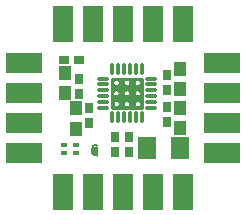
<source format=gts>
G04 DipTrace 2.4.0.2*
%INTAS2521.gts*%
%MOMM*%
%ADD10C,0.25*%
%ADD33C,0.165*%
%ADD48O,1.05X0.33*%
%ADD49O,0.33X1.05*%
%ADD50R,0.95X0.75*%
%ADD51R,0.55X0.45*%
%ADD52R,1.75X2.082*%
%ADD53R,1.75X2.05*%
%ADD54R,1.75X1.65*%
%ADD56R,2.082X1.75*%
%ADD58R,1.65X1.75*%
%ADD59R,1.65X1.85*%
%ADD60R,0.75X0.95*%
%ADD61R,1.05X1.15*%
%FSLAX53Y53*%
G04*
G71*
G90*
G75*
G01*
%LNTopMask*%
%LPD*%
D61*
X23688Y17589D3*
Y15889D3*
D60*
X22573Y17694D3*
Y16394D3*
D61*
X14909Y17555D3*
Y15855D3*
D60*
X16005Y17592D3*
Y16292D3*
X22584Y19127D3*
Y20427D3*
D61*
X23673Y19223D3*
Y20923D3*
D59*
X20889Y14190D3*
X23689D3*
D60*
X18235Y15145D3*
Y13845D3*
X19401Y15126D3*
Y13826D3*
X15143Y18744D3*
Y20044D3*
D61*
X13964Y18851D3*
Y20551D3*
D58*
X11278Y21438D3*
Y18898D3*
D56*
X10008Y21438D3*
Y18898D3*
D54*
X13818Y11278D3*
D53*
Y10008D3*
D58*
X11278Y13818D3*
Y16358D3*
D56*
X10008Y13818D3*
Y16358D3*
D58*
X26518Y18898D3*
Y21438D3*
D56*
X27788Y18898D3*
Y21438D3*
D54*
X23978Y23978D3*
X21438D3*
X18898D3*
X16358D3*
D52*
X23978Y25248D3*
X21438D3*
X18898D3*
X16358D3*
D54*
X13818Y23978D3*
D53*
Y25248D3*
D58*
X26518Y16358D3*
Y13818D3*
D56*
X27788Y16358D3*
Y13818D3*
D54*
X18898Y11278D3*
X21438D3*
D52*
X18898Y10008D3*
X21438D3*
D54*
X16358Y11278D3*
D53*
Y10008D3*
D54*
X23978Y11278D3*
D53*
Y10008D3*
D51*
X13873Y14469D3*
Y13769D3*
X14873D3*
Y14469D3*
D50*
X15185Y21628D3*
X13885D3*
X18051Y18836D2*
D33*
X18052Y18854D1*
X18054Y18873D1*
X18057Y18891D1*
X18062Y18909D1*
X18068Y18927D1*
X18076Y18944D1*
X18084Y18961D1*
X18094Y18977D1*
X18105Y18992D1*
X18117Y19007D1*
X18130Y19021D1*
X18144Y19034D1*
X18159Y19046D1*
X18175Y19057D1*
X18191Y19066D1*
X18208Y19075D1*
X18226Y19083D1*
X18244Y19089D1*
X18263Y19094D1*
X18282Y19098D1*
X18302Y19101D1*
X18321Y19102D1*
X18341D1*
X18360Y19101D1*
X18379Y19098D1*
X18398Y19094D1*
X18417Y19089D1*
X18436Y19083D1*
X18453Y19075D1*
X18471Y19066D1*
X18487Y19057D1*
X18503Y19046D1*
X18518Y19034D1*
X18532Y19021D1*
X18545Y19007D1*
X18557Y18992D1*
X18568Y18977D1*
X18578Y18961D1*
X18586Y18944D1*
X18593Y18927D1*
X18600Y18909D1*
X18604Y18891D1*
X18608Y18873D1*
X18610Y18854D1*
Y18836D1*
Y18817D1*
X18608Y18798D1*
X18604Y18780D1*
X18600Y18762D1*
X18593Y18744D1*
X18586Y18727D1*
X18578Y18710D1*
X18568Y18694D1*
X18557Y18679D1*
X18545Y18664D1*
X18532Y18650D1*
X18518Y18637D1*
X18503Y18625D1*
X18487Y18614D1*
X18471Y18605D1*
X18453Y18596D1*
X18436Y18588D1*
X18417Y18582D1*
X18398Y18577D1*
X18379Y18573D1*
X18360Y18570D1*
X18341Y18569D1*
X18321D1*
X18302Y18570D1*
X18282Y18573D1*
X18263Y18577D1*
X18244Y18582D1*
X18226Y18588D1*
X18208Y18596D1*
X18191Y18605D1*
X18175Y18614D1*
X18159Y18625D1*
X18144Y18637D1*
X18130Y18650D1*
X18117Y18664D1*
X18105Y18679D1*
X18094Y18694D1*
X18084Y18710D1*
X18076Y18727D1*
X18068Y18744D1*
X18062Y18762D1*
X18057Y18780D1*
X18054Y18798D1*
X18052Y18817D1*
X18051Y18836D1*
Y19739D2*
X18052Y19757D1*
X18054Y19776D1*
X18057Y19794D1*
X18062Y19812D1*
X18068Y19830D1*
X18076Y19847D1*
X18084Y19864D1*
X18094Y19880D1*
X18105Y19896D1*
X18117Y19910D1*
X18130Y19924D1*
X18144Y19937D1*
X18159Y19949D1*
X18175Y19960D1*
X18191Y19970D1*
X18208Y19978D1*
X18226Y19986D1*
X18244Y19992D1*
X18263Y19997D1*
X18282Y20001D1*
X18302Y20004D1*
X18321Y20005D1*
X18341D1*
X18360Y20004D1*
X18379Y20001D1*
X18398Y19997D1*
X18417Y19992D1*
X18436Y19986D1*
X18453Y19978D1*
X18471Y19970D1*
X18487Y19960D1*
X18503Y19949D1*
X18518Y19937D1*
X18532Y19924D1*
X18545Y19910D1*
X18557Y19896D1*
X18568Y19880D1*
X18578Y19864D1*
X18586Y19847D1*
X18593Y19830D1*
X18600Y19812D1*
X18604Y19794D1*
X18608Y19776D1*
X18610Y19757D1*
Y19739D1*
Y19720D1*
X18608Y19702D1*
X18604Y19683D1*
X18600Y19665D1*
X18593Y19648D1*
X18586Y19630D1*
X18578Y19614D1*
X18568Y19598D1*
X18557Y19582D1*
X18545Y19567D1*
X18532Y19554D1*
X18518Y19541D1*
X18503Y19529D1*
X18487Y19518D1*
X18471Y19508D1*
X18453Y19499D1*
X18436Y19492D1*
X18417Y19485D1*
X18398Y19480D1*
X18379Y19476D1*
X18360Y19474D1*
X18341Y19472D1*
X18321D1*
X18302Y19474D1*
X18282Y19476D1*
X18263Y19480D1*
X18244Y19485D1*
X18226Y19492D1*
X18208Y19499D1*
X18191Y19508D1*
X18175Y19518D1*
X18159Y19529D1*
X18144Y19541D1*
X18130Y19554D1*
X18117Y19567D1*
X18105Y19582D1*
X18094Y19598D1*
X18084Y19614D1*
X18076Y19630D1*
X18068Y19648D1*
X18062Y19665D1*
X18057Y19683D1*
X18054Y19702D1*
X18052Y19720D1*
X18051Y19739D1*
X18948Y17929D2*
X18949Y17947D1*
X18951Y17966D1*
X18954Y17984D1*
X18959Y18002D1*
X18965Y18020D1*
X18972Y18037D1*
X18981Y18054D1*
X18990Y18070D1*
X19001Y18086D1*
X19013Y18100D1*
X19026Y18114D1*
X19040Y18127D1*
X19055Y18139D1*
X19071Y18150D1*
X19088Y18160D1*
X19105Y18168D1*
X19123Y18176D1*
X19141Y18182D1*
X19160Y18188D1*
X19179Y18191D1*
X19198Y18194D1*
X19218Y18195D1*
X19237D1*
X19257Y18194D1*
X19276Y18191D1*
X19295Y18188D1*
X19314Y18182D1*
X19332Y18176D1*
X19350Y18168D1*
X19367Y18160D1*
X19384Y18150D1*
X19400Y18139D1*
X19414Y18127D1*
X19428Y18114D1*
X19442Y18100D1*
X19454Y18086D1*
X19464Y18070D1*
X19474Y18054D1*
X19483Y18037D1*
X19490Y18020D1*
X19496Y18002D1*
X19501Y17984D1*
X19504Y17966D1*
X19506Y17947D1*
X19507Y17929D1*
X19506Y17910D1*
X19504Y17892D1*
X19501Y17873D1*
X19496Y17855D1*
X19490Y17838D1*
X19483Y17820D1*
X19474Y17804D1*
X19464Y17788D1*
X19454Y17772D1*
X19442Y17757D1*
X19428Y17744D1*
X19414Y17731D1*
X19400Y17719D1*
X19384Y17708D1*
X19367Y17698D1*
X19350Y17689D1*
X19332Y17682D1*
X19314Y17675D1*
X19295Y17670D1*
X19276Y17666D1*
X19257Y17664D1*
X19237Y17662D1*
X19218D1*
X19198Y17664D1*
X19179Y17666D1*
X19160Y17670D1*
X19141Y17675D1*
X19123Y17682D1*
X19105Y17689D1*
X19088Y17698D1*
X19071Y17708D1*
X19055Y17719D1*
X19040Y17731D1*
X19026Y17744D1*
X19013Y17757D1*
X19001Y17772D1*
X18990Y17788D1*
X18981Y17804D1*
X18972Y17820D1*
X18965Y17838D1*
X18959Y17855D1*
X18954Y17873D1*
X18951Y17892D1*
X18949Y17910D1*
X18948Y17929D1*
X18952Y18829D2*
Y18847D1*
X18954Y18866D1*
X18958Y18884D1*
X18962Y18902D1*
X18968Y18920D1*
X18976Y18937D1*
X18984Y18954D1*
X18994Y18970D1*
X19005Y18985D1*
X19017Y19000D1*
X19030Y19014D1*
X19044Y19027D1*
X19059Y19039D1*
X19075Y19050D1*
X19091Y19060D1*
X19108Y19068D1*
X19126Y19076D1*
X19144Y19082D1*
X19163Y19087D1*
X19182Y19091D1*
X19202Y19094D1*
X19221Y19095D1*
X19240D1*
X19260Y19094D1*
X19279Y19091D1*
X19298Y19087D1*
X19317Y19082D1*
X19335Y19076D1*
X19353Y19068D1*
X19370Y19060D1*
X19387Y19050D1*
X19403Y19039D1*
X19418Y19027D1*
X19432Y19014D1*
X19445Y19000D1*
X19457Y18985D1*
X19468Y18970D1*
X19477Y18954D1*
X19486Y18937D1*
X19493Y18920D1*
X19499Y18902D1*
X19504Y18884D1*
X19507Y18866D1*
X19509Y18847D1*
X19510Y18829D1*
X19509Y18810D1*
X19507Y18792D1*
X19504Y18773D1*
X19499Y18755D1*
X19493Y18738D1*
X19486Y18720D1*
X19477Y18704D1*
X19468Y18687D1*
X19457Y18672D1*
X19445Y18657D1*
X19432Y18644D1*
X19418Y18631D1*
X19403Y18619D1*
X19387Y18608D1*
X19370Y18598D1*
X19353Y18589D1*
X19335Y18582D1*
X19317Y18575D1*
X19298Y18570D1*
X19279Y18566D1*
X19260Y18564D1*
X19240Y18562D1*
X19221D1*
X19202Y18564D1*
X19182Y18566D1*
X19163Y18570D1*
X19144Y18575D1*
X19126Y18582D1*
X19108Y18589D1*
X19091Y18598D1*
X19075Y18608D1*
X19059Y18619D1*
X19044Y18631D1*
X19030Y18644D1*
X19017Y18657D1*
X19005Y18672D1*
X18994Y18687D1*
X18984Y18704D1*
X18976Y18720D1*
X18968Y18738D1*
X18962Y18755D1*
X18958Y18773D1*
X18954Y18792D1*
X18952Y18810D1*
Y18829D1*
Y18839D2*
Y18858D1*
X18954Y18876D1*
X18958Y18894D1*
X18962Y18912D1*
X18968Y18930D1*
X18976Y18947D1*
X18984Y18964D1*
X18994Y18980D1*
X19005Y18996D1*
X19017Y19010D1*
X19030Y19024D1*
X19044Y19037D1*
X19059Y19049D1*
X19075Y19060D1*
X19091Y19070D1*
X19108Y19079D1*
X19126Y19086D1*
X19144Y19092D1*
X19163Y19098D1*
X19182Y19101D1*
X19202Y19104D1*
X19221Y19105D1*
X19240D1*
X19260Y19104D1*
X19279Y19101D1*
X19298Y19098D1*
X19317Y19092D1*
X19335Y19086D1*
X19353Y19079D1*
X19370Y19070D1*
X19387Y19060D1*
X19403Y19049D1*
X19418Y19037D1*
X19432Y19024D1*
X19445Y19010D1*
X19457Y18996D1*
X19468Y18980D1*
X19477Y18964D1*
X19486Y18947D1*
X19493Y18930D1*
X19499Y18912D1*
X19504Y18894D1*
X19507Y18876D1*
X19509Y18858D1*
X19510Y18839D1*
X19509Y18820D1*
X19507Y18802D1*
X19504Y18783D1*
X19499Y18765D1*
X19493Y18748D1*
X19486Y18730D1*
X19477Y18714D1*
X19468Y18698D1*
X19457Y18682D1*
X19445Y18668D1*
X19432Y18654D1*
X19418Y18641D1*
X19403Y18629D1*
X19387Y18618D1*
X19370Y18608D1*
X19353Y18599D1*
X19335Y18592D1*
X19317Y18585D1*
X19298Y18580D1*
X19279Y18576D1*
X19260Y18574D1*
X19240Y18572D1*
X19221D1*
X19202Y18574D1*
X19182Y18576D1*
X19163Y18580D1*
X19144Y18585D1*
X19126Y18592D1*
X19108Y18599D1*
X19091Y18608D1*
X19075Y18618D1*
X19059Y18629D1*
X19044Y18641D1*
X19030Y18654D1*
X19017Y18668D1*
X19005Y18682D1*
X18994Y18698D1*
X18984Y18714D1*
X18976Y18730D1*
X18968Y18748D1*
X18962Y18765D1*
X18958Y18783D1*
X18954Y18802D1*
X18952Y18820D1*
Y18839D1*
X18945Y19735D2*
X18946Y19754D1*
X18948Y19772D1*
X18951Y19791D1*
X18956Y19809D1*
X18962Y19827D1*
X18969Y19844D1*
X18978Y19861D1*
X18987Y19877D1*
X18998Y19892D1*
X19010Y19907D1*
X19023Y19921D1*
X19037Y19934D1*
X19052Y19945D1*
X19068Y19956D1*
X19085Y19966D1*
X19102Y19975D1*
X19120Y19983D1*
X19138Y19989D1*
X19157Y19994D1*
X19176Y19998D1*
X19195Y20001D1*
X19214Y20002D1*
X19234D1*
X19253Y20001D1*
X19273Y19998D1*
X19292Y19994D1*
X19310Y19989D1*
X19329Y19983D1*
X19347Y19975D1*
X19364Y19966D1*
X19380Y19956D1*
X19396Y19945D1*
X19411Y19934D1*
X19425Y19921D1*
X19438Y19907D1*
X19450Y19892D1*
X19461Y19877D1*
X19471Y19861D1*
X19479Y19844D1*
X19487Y19827D1*
X19493Y19809D1*
X19497Y19791D1*
X19501Y19772D1*
X19503Y19754D1*
Y19735D1*
Y19717D1*
X19501Y19698D1*
X19497Y19680D1*
X19493Y19662D1*
X19487Y19644D1*
X19479Y19627D1*
X19471Y19610D1*
X19461Y19594D1*
X19450Y19579D1*
X19438Y19564D1*
X19425Y19550D1*
X19411Y19537D1*
X19396Y19525D1*
X19380Y19514D1*
X19364Y19504D1*
X19347Y19496D1*
X19329Y19488D1*
X19310Y19482D1*
X19292Y19477D1*
X19273Y19473D1*
X19253Y19470D1*
X19234Y19469D1*
X19214D1*
X19195Y19470D1*
X19176Y19473D1*
X19157Y19477D1*
X19138Y19482D1*
X19120Y19488D1*
X19102Y19496D1*
X19085Y19504D1*
X19068Y19514D1*
X19052Y19525D1*
X19037Y19537D1*
X19023Y19550D1*
X19010Y19564D1*
X18998Y19579D1*
X18987Y19594D1*
X18978Y19610D1*
X18969Y19627D1*
X18962Y19644D1*
X18956Y19662D1*
X18951Y19680D1*
X18948Y19698D1*
X18946Y19717D1*
X18945Y19735D1*
X19852Y18832D2*
Y18851D1*
X19854Y18869D1*
X19858Y18888D1*
X19862Y18906D1*
X19869Y18923D1*
X19876Y18941D1*
X19884Y18957D1*
X19894Y18973D1*
X19905Y18989D1*
X19917Y19004D1*
X19930Y19017D1*
X19944Y19030D1*
X19959Y19042D1*
X19975Y19053D1*
X19991Y19063D1*
X20009Y19072D1*
X20026Y19079D1*
X20045Y19086D1*
X20063Y19091D1*
X20082Y19095D1*
X20102Y19097D1*
X20121Y19099D1*
X20141D1*
X20160Y19097D1*
X20179Y19095D1*
X20198Y19091D1*
X20217Y19086D1*
X20236Y19079D1*
X20253Y19072D1*
X20271Y19063D1*
X20287Y19053D1*
X20303Y19042D1*
X20318Y19030D1*
X20332Y19017D1*
X20345Y19004D1*
X20357Y18989D1*
X20368Y18973D1*
X20377Y18957D1*
X20386Y18941D1*
X20393Y18923D1*
X20399Y18906D1*
X20404Y18888D1*
X20407Y18869D1*
X20409Y18851D1*
X20410Y18832D1*
X20409Y18814D1*
X20407Y18795D1*
X20404Y18777D1*
X20399Y18759D1*
X20393Y18741D1*
X20386Y18724D1*
X20377Y18707D1*
X20368Y18691D1*
X20357Y18675D1*
X20345Y18661D1*
X20332Y18647D1*
X20318Y18634D1*
X20303Y18622D1*
X20287Y18611D1*
X20271Y18601D1*
X20253Y18592D1*
X20236Y18585D1*
X20217Y18579D1*
X20198Y18573D1*
X20179Y18570D1*
X20160Y18567D1*
X20141Y18566D1*
X20121D1*
X20102Y18567D1*
X20082Y18570D1*
X20063Y18573D1*
X20045Y18579D1*
X20026Y18585D1*
X20009Y18592D1*
X19991Y18601D1*
X19975Y18611D1*
X19959Y18622D1*
X19944Y18634D1*
X19930Y18647D1*
X19917Y18661D1*
X19905Y18675D1*
X19894Y18691D1*
X19884Y18707D1*
X19876Y18724D1*
X19869Y18741D1*
X19862Y18759D1*
X19858Y18777D1*
X19854Y18795D1*
X19852Y18814D1*
Y18832D1*
Y17936D2*
Y17954D1*
X19854Y17973D1*
X19858Y17991D1*
X19862Y18009D1*
X19869Y18027D1*
X19876Y18044D1*
X19884Y18061D1*
X19894Y18077D1*
X19905Y18092D1*
X19917Y18107D1*
X19930Y18121D1*
X19944Y18134D1*
X19959Y18146D1*
X19975Y18157D1*
X19991Y18167D1*
X20009Y18175D1*
X20026Y18183D1*
X20045Y18189D1*
X20063Y18194D1*
X20082Y18198D1*
X20102Y18201D1*
X20121Y18202D1*
X20141D1*
X20160Y18201D1*
X20179Y18198D1*
X20198Y18194D1*
X20217Y18189D1*
X20236Y18183D1*
X20253Y18175D1*
X20271Y18167D1*
X20287Y18157D1*
X20303Y18146D1*
X20318Y18134D1*
X20332Y18121D1*
X20345Y18107D1*
X20357Y18092D1*
X20368Y18077D1*
X20377Y18061D1*
X20386Y18044D1*
X20393Y18027D1*
X20399Y18009D1*
X20404Y17991D1*
X20407Y17973D1*
X20409Y17954D1*
X20410Y17936D1*
X20409Y17917D1*
X20407Y17899D1*
X20404Y17880D1*
X20399Y17862D1*
X20393Y17844D1*
X20386Y17827D1*
X20377Y17810D1*
X20368Y17794D1*
X20357Y17779D1*
X20345Y17764D1*
X20332Y17750D1*
X20318Y17738D1*
X20303Y17726D1*
X20287Y17715D1*
X20271Y17705D1*
X20253Y17696D1*
X20236Y17688D1*
X20217Y17682D1*
X20198Y17677D1*
X20179Y17673D1*
X20160Y17671D1*
X20141Y17669D1*
X20121D1*
X20102Y17671D1*
X20082Y17673D1*
X20063Y17677D1*
X20045Y17682D1*
X20026Y17688D1*
X20009Y17696D1*
X19991Y17705D1*
X19975Y17715D1*
X19959Y17726D1*
X19944Y17738D1*
X19930Y17750D1*
X19917Y17764D1*
X19905Y17779D1*
X19894Y17794D1*
X19884Y17810D1*
X19876Y17827D1*
X19869Y17844D1*
X19862Y17862D1*
X19858Y17880D1*
X19854Y17899D1*
X19852Y17917D1*
Y17936D1*
Y19739D2*
Y19757D1*
X19854Y19776D1*
X19858Y19794D1*
X19862Y19812D1*
X19869Y19830D1*
X19876Y19847D1*
X19884Y19864D1*
X19894Y19880D1*
X19905Y19896D1*
X19917Y19910D1*
X19930Y19924D1*
X19944Y19937D1*
X19959Y19949D1*
X19975Y19960D1*
X19991Y19970D1*
X20009Y19978D1*
X20026Y19986D1*
X20045Y19992D1*
X20063Y19997D1*
X20082Y20001D1*
X20102Y20004D1*
X20121Y20005D1*
X20141D1*
X20160Y20004D1*
X20179Y20001D1*
X20198Y19997D1*
X20217Y19992D1*
X20236Y19986D1*
X20253Y19978D1*
X20271Y19970D1*
X20287Y19960D1*
X20303Y19949D1*
X20318Y19937D1*
X20332Y19924D1*
X20345Y19910D1*
X20357Y19896D1*
X20368Y19880D1*
X20377Y19864D1*
X20386Y19847D1*
X20393Y19830D1*
X20399Y19812D1*
X20404Y19794D1*
X20407Y19776D1*
X20409Y19757D1*
X20410Y19739D1*
X20409Y19720D1*
X20407Y19702D1*
X20404Y19683D1*
X20399Y19665D1*
X20393Y19648D1*
X20386Y19630D1*
X20377Y19614D1*
X20368Y19598D1*
X20357Y19582D1*
X20345Y19567D1*
X20332Y19554D1*
X20318Y19541D1*
X20303Y19529D1*
X20287Y19518D1*
X20271Y19508D1*
X20253Y19499D1*
X20236Y19492D1*
X20217Y19485D1*
X20198Y19480D1*
X20179Y19476D1*
X20160Y19474D1*
X20141Y19472D1*
X20121D1*
X20102Y19474D1*
X20082Y19476D1*
X20063Y19480D1*
X20045Y19485D1*
X20026Y19492D1*
X20009Y19499D1*
X19991Y19508D1*
X19975Y19518D1*
X19959Y19529D1*
X19944Y19541D1*
X19930Y19554D1*
X19917Y19567D1*
X19905Y19582D1*
X19894Y19598D1*
X19884Y19614D1*
X19876Y19630D1*
X19869Y19648D1*
X19862Y19665D1*
X19858Y19683D1*
X19854Y19702D1*
X19852Y19720D1*
Y19739D1*
X17961Y17579D2*
D10*
X20488D1*
Y20069D1*
X17961D1*
Y17579D1*
G36*
X18021Y18173D2*
X20404D1*
Y18653D1*
X18021D1*
Y18173D1*
G37*
G36*
X19427Y17616D2*
X19894D1*
Y20093D1*
X19427D1*
Y17616D1*
G37*
G36*
X18567Y17633D2*
X19034D1*
Y19992D1*
X18567D1*
Y17633D1*
G37*
G36*
X17927Y19062D2*
X20397D1*
Y19536D1*
X17927D1*
Y19062D1*
G37*
X18065Y17962D2*
D33*
Y17981D1*
X18067Y17999D1*
X18071Y18018D1*
X18075Y18036D1*
X18081Y18053D1*
X18089Y18071D1*
X18097Y18087D1*
X18107Y18104D1*
X18118Y18119D1*
X18130Y18134D1*
X18143Y18147D1*
X18157Y18160D1*
X18172Y18172D1*
X18188Y18183D1*
X18204Y18193D1*
X18222Y18202D1*
X18239Y18209D1*
X18258Y18216D1*
X18277Y18221D1*
X18296Y18225D1*
X18315Y18227D1*
X18334Y18229D1*
X18354D1*
X18373Y18227D1*
X18393Y18225D1*
X18412Y18221D1*
X18430Y18216D1*
X18449Y18209D1*
X18467Y18202D1*
X18484Y18193D1*
X18500Y18183D1*
X18516Y18172D1*
X18531Y18160D1*
X18545Y18147D1*
X18558Y18134D1*
X18570Y18119D1*
X18581Y18104D1*
X18591Y18087D1*
X18599Y18071D1*
X18607Y18053D1*
X18613Y18036D1*
X18617Y18018D1*
X18621Y17999D1*
X18623Y17981D1*
X18624Y17962D1*
X18623Y17944D1*
X18621Y17925D1*
X18617Y17907D1*
X18613Y17889D1*
X18607Y17871D1*
X18599Y17854D1*
X18591Y17837D1*
X18581Y17821D1*
X18570Y17806D1*
X18558Y17791D1*
X18545Y17777D1*
X18531Y17764D1*
X18516Y17752D1*
X18500Y17741D1*
X18484Y17731D1*
X18467Y17723D1*
X18449Y17715D1*
X18430Y17709D1*
X18412Y17704D1*
X18393Y17700D1*
X18373Y17697D1*
X18354Y17696D1*
X18334D1*
X18315Y17697D1*
X18296Y17700D1*
X18277Y17704D1*
X18258Y17709D1*
X18239Y17715D1*
X18222Y17723D1*
X18204Y17731D1*
X18188Y17741D1*
X18172Y17752D1*
X18157Y17764D1*
X18143Y17777D1*
X18130Y17791D1*
X18118Y17806D1*
X18107Y17821D1*
X18097Y17837D1*
X18089Y17854D1*
X18081Y17871D1*
X18075Y17889D1*
X18071Y17907D1*
X18067Y17925D1*
X18065Y17944D1*
Y17962D1*
D49*
X17977Y16789D3*
X18477D3*
X18977D3*
X19477D3*
X19977D3*
X20477D3*
D48*
X21277Y17589D3*
Y18089D3*
Y18589D3*
Y19089D3*
Y19589D3*
Y20089D3*
D49*
X20477Y20889D3*
X19977D3*
X19477D3*
X18977D3*
X18477D3*
X17977D3*
D48*
X17177Y20089D3*
Y19589D3*
Y19089D3*
Y18589D3*
Y18089D3*
Y17589D3*
G36*
X16773Y13458D2*
X16583Y13487D1*
X16435Y13547D1*
X16342Y13623D1*
X16265Y13699D1*
X16202Y13811D1*
X16176Y13877D1*
X16156Y13972D1*
X16146Y14023D1*
X16141Y14105D1*
X16164Y14170D1*
X16202Y14208D1*
X16227Y14234D1*
X16240Y14298D1*
X16235Y14323D1*
X16220Y14374D1*
X16189Y14401D1*
X16271Y14500D1*
X16347Y14450D1*
X16365D1*
X16401Y14538D1*
X16456Y14551D1*
X16557Y14561D1*
X16451Y14309D1*
Y14277D1*
X16458Y14234D1*
X16481Y14223D1*
X16532Y14244D1*
X16596Y14359D1*
X16666Y14531D1*
X16717Y14505D1*
X16772Y14442D1*
X16697Y14251D1*
X16735Y14258D1*
X16773D1*
Y13458D1*
G37*
M02*

</source>
